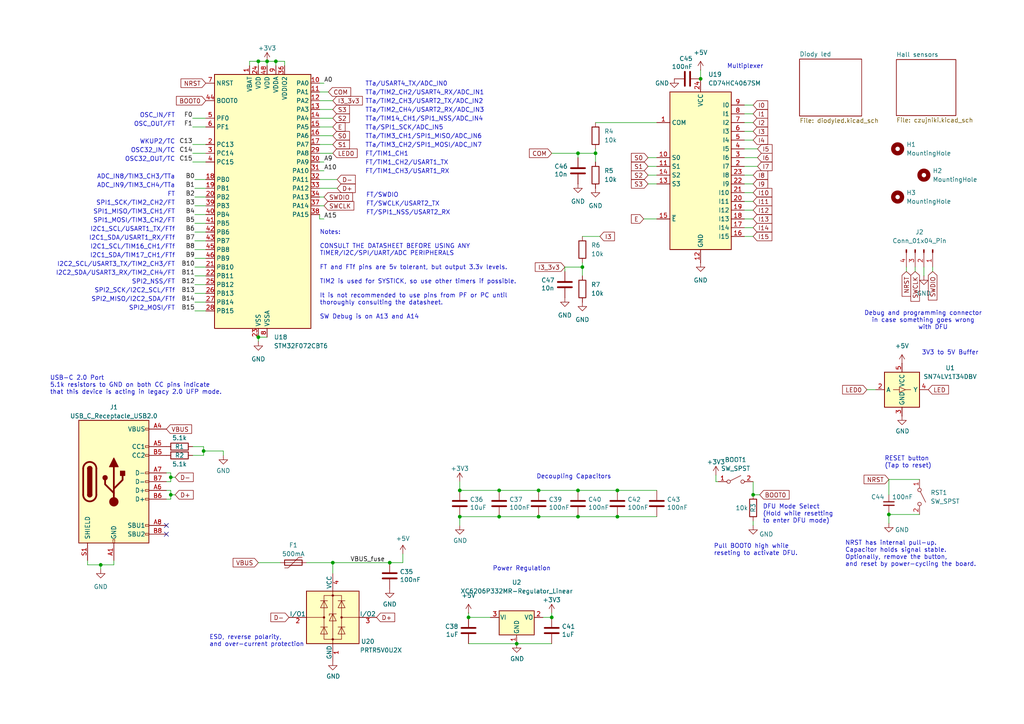
<source format=kicad_sch>
(kicad_sch (version 20231120) (generator "eeschema") (generator_version "8.0")
  (paper "A4")
  (lib_symbols
    (symbol "+5V_1" (power) (pin_names (offset 0))
      (property "Value" "+5V_1" (at 0 3.556 0))
      (symbol "+5V_1_1_1"
        (pin power_in line (at 0 0 90) (length 0) hide (name "+5V") (number "1"))
      )
    )
    (symbol "74xx:CD74HC4067SM"
      (property "Reference" "U" (at -8.89 22.86 0))
      (property "Value" "CD74HC4067SM" (at 1.27 22.86 0))
      (symbol "CD74HC4067SM_1_1"
        (pin passive line (at -12.7 12.7 0) (length 3.81) (name "COM") (number "1"))
        (pin input line (at -12.7 2.54 0) (length 3.81) (name "S0") (number "10"))
        (pin input line (at -12.7 0 0) (length 3.81) (name "S1") (number "11"))
        (pin power_in line (at 0 -27.94 90) (length 3.81) (name "GND") (number "12"))
        (pin input line (at -12.7 -5.08 0) (length 3.81) (name "S3") (number "13"))
        (pin input line (at -12.7 -2.54 0) (length 3.81) (name "S2") (number "14"))
        (pin input line (at -12.7 -15.24 0) (length 3.81) (name "~{E}") (number "15"))
        (pin passive line (at 12.7 -20.32 180) (length 3.81) (name "I15") (number "16"))
        (pin passive line (at 12.7 -17.78 180) (length 3.81) (name "I14") (number "17"))
        (pin passive line (at 12.7 -15.24 180) (length 3.81) (name "I13") (number "18"))
        (pin passive line (at 12.7 -12.7 180) (length 3.81) (name "I12") (number "19"))
        (pin passive line (at 12.7 0 180) (length 3.81) (name "I7") (number "2"))
        (pin passive line (at 12.7 -10.16 180) (length 3.81) (name "I11") (number "20"))
        (pin passive line (at 12.7 -7.62 180) (length 3.81) (name "I10") (number "21"))
        (pin passive line (at 12.7 -5.08 180) (length 3.81) (name "I9") (number "22"))
        (pin passive line (at 12.7 -2.54 180) (length 3.81) (name "I8") (number "23"))
        (pin power_in line (at 0 25.4 270) (length 3.81) (name "VCC") (number "24"))
        (pin passive line (at 12.7 2.54 180) (length 3.81) (name "I6") (number "3"))
        (pin passive line (at 12.7 5.08 180) (length 3.81) (name "I5") (number "4"))
        (pin passive line (at 12.7 7.62 180) (length 3.81) (name "I4") (number "5"))
        (pin passive line (at 12.7 10.16 180) (length 3.81) (name "I3") (number "6"))
        (pin passive line (at 12.7 12.7 180) (length 3.81) (name "I2") (number "7"))
        (pin passive line (at 12.7 15.24 180) (length 3.81) (name "I1") (number "8"))
        (pin passive line (at 12.7 17.78 180) (length 3.81) (name "I0") (number "9"))
      )
    )
    (symbol "Connector:Conn_01x04_Pin" (pin_names (offset 1.016) hide)
      (property "Reference" "J" (at 0 5.08 0))
      (property "Value" "Conn_01x04_Pin" (at 0 -7.62 0))
      (symbol "Conn_01x04_Pin_1_1"
        (pin passive line (at 5.08 2.54 180) (length 3.81) (name "Pin_1") (number "1"))
        (pin passive line (at 5.08 0 180) (length 3.81) (name "Pin_2") (number "2"))
        (pin passive line (at 5.08 -2.54 180) (length 3.81) (name "Pin_3") (number "3"))
        (pin passive line (at 5.08 -5.08 180) (length 3.81) (name "Pin_4") (number "4"))
      )
    )
    (symbol "Connector:USB_C_Receptacle_USB2.0" (pin_names (offset 1.016))
      (property "Reference" "J" (at -10.16 19.05 0))
      (property "Value" "USB_C_Receptacle_USB2.0" (at 19.05 19.05 0))
      (symbol "USB_C_Receptacle_USB2.0_1_1"
        (pin passive line (at 0 -22.86 90) (length 5.08) (name "GND") (number "A1"))
        (pin passive line (at 0 -22.86 90) (length 5.08) hide (name "GND") (number "A12"))
        (pin passive line (at 15.24 15.24 180) (length 5.08) (name "VBUS") (number "A4"))
        (pin bidirectional line (at 15.24 10.16 180) (length 5.08) (name "CC1") (number "A5"))
        (pin bidirectional line (at 15.24 -2.54 180) (length 5.08) (name "D+") (number "A6"))
        (pin bidirectional line (at 15.24 2.54 180) (length 5.08) (name "D-") (number "A7"))
        (pin bidirectional line (at 15.24 -12.7 180) (length 5.08) (name "SBU1") (number "A8"))
        (pin passive line (at 15.24 15.24 180) (length 5.08) hide (name "VBUS") (number "A9"))
        (pin passive line (at 0 -22.86 90) (length 5.08) hide (name "GND") (number "B1"))
        (pin passive line (at 0 -22.86 90) (length 5.08) hide (name "GND") (number "B12"))
        (pin passive line (at 15.24 15.24 180) (length 5.08) hide (name "VBUS") (number "B4"))
        (pin bidirectional line (at 15.24 7.62 180) (length 5.08) (name "CC2") (number "B5"))
        (pin bidirectional line (at 15.24 -5.08 180) (length 5.08) (name "D+") (number "B6"))
        (pin bidirectional line (at 15.24 0 180) (length 5.08) (name "D-") (number "B7"))
        (pin bidirectional line (at 15.24 -15.24 180) (length 5.08) (name "SBU2") (number "B8"))
        (pin passive line (at 15.24 15.24 180) (length 5.08) hide (name "VBUS") (number "B9"))
        (pin passive line (at -7.62 -22.86 90) (length 5.08) (name "SHIELD") (number "S1"))
      )
    )
    (symbol "Device:C" (pin_numbers hide) (pin_names (offset 0.254))
      (property "Reference" "C" (at 0.635 2.54 0))
      (property "Value" "C" (at 0.635 -2.54 0))
      (symbol "C_1_1"
        (pin passive line (at 0 3.81 270) (length 2.794) (name "~") (number "1"))
        (pin passive line (at 0 -3.81 90) (length 2.794) (name "~") (number "2"))
      )
    )
    (symbol "Device:C_Small" (pin_numbers hide) (pin_names (offset 0.254) hide)
      (property "Reference" "C" (at 0.254 1.778 0))
      (property "Value" "C_Small" (at 0.254 -2.032 0))
      (symbol "C_Small_1_1"
        (pin passive line (at 0 2.54 270) (length 2.032) (name "~") (number "1"))
        (pin passive line (at 0 -2.54 90) (length 2.032) (name "~") (number "2"))
      )
    )
    (symbol "Device:Polyfuse" (pin_numbers hide) (pin_names (offset 0))
      (property "Reference" "F" (at -2.54 0 90))
      (property "Value" "Polyfuse" (at 2.54 0 90))
      (symbol "Polyfuse_1_1"
        (pin passive line (at 0 3.81 270) (length 1.27) (name "~") (number "1"))
        (pin passive line (at 0 -3.81 90) (length 1.27) (name "~") (number "2"))
      )
    )
    (symbol "Device:R" (pin_numbers hide) (pin_names (offset 0))
      (property "Reference" "R" (at 2.032 0 90))
      (property "Value" "R" (at 0 0 90))
      (symbol "R_1_1"
        (pin passive line (at 0 3.81 270) (length 1.27) (name "~") (number "1"))
        (pin passive line (at 0 -3.81 90) (length 1.27) (name "~") (number "2"))
      )
    )
    (symbol "Logic_LevelTranslator:SN74LV1T34DBV"
      (property "Reference" "U" (at 5.08 6.35 0))
      (property "Value" "SN74LV1T34DBV" (at 5.08 3.81 0))
      (symbol "SN74LV1T34DBV_1_1"
        (pin no_connect line (at -5.08 2.54 0) (length 2.54) hide (name "NC") (number "1"))
        (pin input line (at -7.62 0 0) (length 2.54) (name "A") (number "2"))
        (pin power_in line (at 0 -7.62 90) (length 2.54) (name "GND") (number "3"))
        (pin output line (at 7.62 0 180) (length 2.54) (name "Y") (number "4"))
        (pin power_in line (at 0 7.62 270) (length 2.54) (name "VCC") (number "5"))
      )
    )
    (symbol "MCU_ST_STM32F0:STM32F072CBTx"
      (property "Reference" "U" (at -12.7 39.37 0))
      (property "Value" "STM32F072CBTx" (at 10.16 39.37 0))
      (symbol "STM32F072CBTx_1_1"
        (pin power_in line (at -2.54 40.64 270) (length 2.54) (name "VBAT") (number "1"))
        (pin bidirectional line (at 17.78 35.56 180) (length 2.54) (name "PA0") (number "10"))
        (pin bidirectional line (at 17.78 33.02 180) (length 2.54) (name "PA1") (number "11"))
        (pin bidirectional line (at 17.78 30.48 180) (length 2.54) (name "PA2") (number "12"))
        (pin bidirectional line (at 17.78 27.94 180) (length 2.54) (name "PA3") (number "13"))
        (pin bidirectional line (at 17.78 25.4 180) (length 2.54) (name "PA4") (number "14"))
        (pin bidirectional line (at 17.78 22.86 180) (length 2.54) (name "PA5") (number "15"))
        (pin bidirectional line (at 17.78 20.32 180) (length 2.54) (name "PA6") (number "16"))
        (pin bidirectional line (at 17.78 17.78 180) (length 2.54) (name "PA7") (number "17"))
        (pin bidirectional line (at -15.24 7.62 0) (length 2.54) (name "PB0") (number "18"))
        (pin bidirectional line (at -15.24 5.08 0) (length 2.54) (name "PB1") (number "19"))
        (pin bidirectional line (at -15.24 17.78 0) (length 2.54) (name "PC13") (number "2"))
        (pin bidirectional line (at -15.24 2.54 0) (length 2.54) (name "PB2") (number "20"))
        (pin bidirectional line (at -15.24 -17.78 0) (length 2.54) (name "PB10") (number "21"))
        (pin bidirectional line (at -15.24 -20.32 0) (length 2.54) (name "PB11") (number "22"))
        (pin power_in line (at 0 -38.1 90) (length 2.54) (name "VSS") (number "23"))
        (pin power_in line (at 0 40.64 270) (length 2.54) (name "VDD") (number "24"))
        (pin bidirectional line (at -15.24 -22.86 0) (length 2.54) (name "PB12") (number "25"))
        (pin bidirectional line (at -15.24 -25.4 0) (length 2.54) (name "PB13") (number "26"))
        (pin bidirectional line (at -15.24 -27.94 0) (length 2.54) (name "PB14") (number "27"))
        (pin bidirectional line (at -15.24 -30.48 0) (length 2.54) (name "PB15") (number "28"))
        (pin bidirectional line (at 17.78 15.24 180) (length 2.54) (name "PA8") (number "29"))
        (pin bidirectional line (at -15.24 15.24 0) (length 2.54) (name "PC14") (number "3"))
        (pin bidirectional line (at 17.78 12.7 180) (length 2.54) (name "PA9") (number "30"))
        (pin bidirectional line (at 17.78 10.16 180) (length 2.54) (name "PA10") (number "31"))
        (pin bidirectional line (at 17.78 7.62 180) (length 2.54) (name "PA11") (number "32"))
        (pin bidirectional line (at 17.78 5.08 180) (length 2.54) (name "PA12") (number "33"))
        (pin bidirectional line (at 17.78 2.54 180) (length 2.54) (name "PA13") (number "34"))
        (pin passive line (at 0 -38.1 90) (length 2.54) hide (name "VSS") (number "35"))
        (pin power_in line (at 7.62 40.64 270) (length 2.54) (name "VDDIO2") (number "36"))
        (pin bidirectional line (at 17.78 0 180) (length 2.54) (name "PA14") (number "37"))
        (pin bidirectional line (at 17.78 -2.54 180) (length 2.54) (name "PA15") (number "38"))
        (pin bidirectional line (at -15.24 0 0) (length 2.54) (name "PB3") (number "39"))
        (pin bidirectional line (at -15.24 12.7 0) (length 2.54) (name "PC15") (number "4"))
        (pin bidirectional line (at -15.24 -2.54 0) (length 2.54) (name "PB4") (number "40"))
        (pin bidirectional line (at -15.24 -5.08 0) (length 2.54) (name "PB5") (number "41"))
        (pin bidirectional line (at -15.24 -7.62 0) (length 2.54) (name "PB6") (number "42"))
        (pin bidirectional line (at -15.24 -10.16 0) (length 2.54) (name "PB7") (number "43"))
        (pin input line (at -15.24 30.48 0) (length 2.54) (name "BOOT0") (number "44"))
        (pin bidirectional line (at -15.24 -12.7 0) (length 2.54) (name "PB8") (number "45"))
        (pin bidirectional line (at -15.24 -15.24 0) (length 2.54) (name "PB9") (number "46"))
        (pin passive line (at 0 -38.1 90) (length 2.54) hide (name "VSS") (number "47"))
        (pin power_in line (at 2.54 40.64 270) (length 2.54) (name "VDD") (number "48"))
        (pin bidirectional line (at -15.24 25.4 0) (length 2.54) (name "PF0") (number "5"))
        (pin bidirectional line (at -15.24 22.86 0) (length 2.54) (name "PF1") (number "6"))
        (pin input line (at -15.24 35.56 0) (length 2.54) (name "NRST") (number "7"))
        (pin power_in line (at 2.54 -38.1 90) (length 2.54) (name "VSSA") (number "8"))
        (pin power_in line (at 5.08 40.64 270) (length 2.54) (name "VDDA") (number "9"))
      )
    )
    (symbol "Mechanical:MountingHole" (pin_names (offset 1.016)) (exclude_from_sim yes) (in_bom no)
      (property "Reference" "H" (at 0 5.08 0))
      (property "Value" "MountingHole" (at 0 3.175 0))
    )
    (symbol "Power_Protection:PRTR5V0U2X" (pin_names (offset 0))
      (property "Reference" "D" (at 2.794 8.636 0))
      (property "Value" "PRTR5V0U2X" (at 8.128 -9.398 0))
      (symbol "PRTR5V0U2X_1_1"
        (pin passive line (at 0 -12.7 90) (length 5.08) (name "GND") (number "1"))
        (pin passive line (at -12.7 0 0) (length 5.08) (name "I/O1") (number "2"))
        (pin passive line (at 12.7 0 180) (length 5.08) (name "I/O2") (number "3"))
        (pin passive line (at 0 12.7 270) (length 5.08) (name "VCC") (number "4"))
      )
    )
    (symbol "Switch:SW_SPST" (pin_names (offset 0) hide)
      (property "Reference" "SW" (at 0 3.175 0))
      (property "Value" "SW_SPST" (at 0 -2.54 0))
      (symbol "SW_SPST_1_1"
        (pin passive line (at -5.08 0 0) (length 2.54) (name "A") (number "1"))
        (pin passive line (at 5.08 0 180) (length 2.54) (name "B") (number "2"))
      )
    )
    (symbol "kicad-keyboard-parts:XC6206PxxxMR-Regulator_Linear" (pin_names (offset 0.254))
      (property "Reference" "U" (at -3.81 3.175 0))
      (property "Value" "XC6206PxxxMR-Regulator_Linear" (at 0 3.175 0))
      (property "LCSC" "C5446" (at 0 0 0))
      (symbol "XC6206PxxxMR-Regulator_Linear_1_1"
        (pin power_in line (at 0 -7.62 90) (length 2.54) (name "GND") (number "1"))
        (pin power_out line (at 7.62 0 180) (length 2.54) (name "VO") (number "2"))
        (pin power_in line (at -7.62 0 0) (length 2.54) (name "VI") (number "3"))
      )
    )
    (symbol "power:+3V3" (power) (pin_names (offset 0))
      (property "Value" "+3V3" (at 0 3.556 0))
      (symbol "+3V3_1_1"
        (pin power_in line (at 0 0 90) (length 0) hide (name "+3V3") (number "1"))
      )
    )
    (symbol "power:+5V" (power) (pin_numbers hide) (pin_names (offset 0) hide)
      (property "Value" "+5V" (at 0 3.556 0))
      (symbol "+5V_1_1"
        (pin power_in line (at 0 0 90) (length 0) (name "~") (number "1"))
      )
    )
    (symbol "power:GND" (power) (pin_numbers hide) (pin_names (offset 0) hide)
      (property "Value" "GND" (at 0 -3.81 0))
      (symbol "GND_1_1"
        (pin power_in line (at 0 0 270) (length 0) (name "~") (number "1"))
      )
    )
  )
  (junction (at 144.78 142.24))
  (junction (at 77.47 17.78))
  (junction (at 59.055 130.81))
  (junction (at 156.21 149.86))
  (junction (at 156.21 142.24))
  (junction (at 167.64 142.24))
  (junction (at 160.02 179.07))
  (junction (at 135.89 179.07))
  (junction (at 203.2 22.86))
  (junction (at 113.03 163.195))
  (junction (at 167.64 149.86))
  (junction (at 74.93 97.79))
  (junction (at 96.52 163.195))
  (junction (at 179.07 142.24))
  (junction (at 172.72 44.45))
  (junction (at 133.35 142.24))
  (junction (at 149.86 186.69))
  (junction (at 29.21 163.83))
  (junction (at 168.91 77.47))
  (junction (at 257.81 149.225))
  (junction (at 74.93 17.78))
  (junction (at 49.53 143.51))
  (junction (at 144.78 149.86))
  (junction (at 133.35 149.86))
  (junction (at 49.53 138.43))
  (junction (at 179.07 149.86))
  (junction (at 167.64 44.45))
  (junction (at 218.44 143.51))
  (junction (at 80.01 17.78))
  (no_connect (at 48.26 152.4))
  (no_connect (at 48.26 154.94))
  (wire (pts (xy 167.64 44.45) (xy 172.72 44.45)))
  (wire (pts (xy 262.89 77.47) (xy 262.89 78.74)))
  (wire (pts (xy 167.64 142.24) (xy 179.07 142.24)))
  (wire (pts (xy 270.51 77.47) (xy 270.51 78.74)))
  (wire (pts (xy 49.53 138.43) (xy 49.53 139.7)))
  (wire (pts (xy 172.72 35.56) (xy 190.5 35.56)))
  (wire (pts (xy 25.4 163.83) (xy 29.21 163.83)))
  (wire (pts (xy 49.53 138.43) (xy 50.8 138.43)))
  (wire (pts (xy 56.515 52.07) (xy 59.69 52.07)))
  (wire (pts (xy 187.96 53.34) (xy 190.5 53.34)))
  (wire (pts (xy 257.81 149.225) (xy 266.7 149.225)))
  (wire (pts (xy 186.69 63.5) (xy 190.5 63.5)))
  (wire (pts (xy 56.515 57.15) (xy 59.69 57.15)))
  (wire (pts (xy 187.96 50.8) (xy 190.5 50.8)))
  (wire (pts (xy 215.9 58.42) (xy 218.44 58.42)))
  (wire (pts (xy 215.9 55.88) (xy 218.44 55.88)))
  (wire (pts (xy 97.79 52.07) (xy 92.71 52.07)))
  (wire (pts (xy 82.55 17.78) (xy 82.55 19.05)))
  (wire (pts (xy 92.71 63.5) (xy 92.71 62.23)))
  (wire (pts (xy 56.515 80.01) (xy 59.69 80.01)))
  (wire (pts (xy 179.07 142.24) (xy 190.5 142.24)))
  (wire (pts (xy 55.88 44.45) (xy 59.69 44.45)))
  (wire (pts (xy 93.98 57.15) (xy 92.71 57.15)))
  (wire (pts (xy 215.9 66.04) (xy 218.44 66.04)))
  (wire (pts (xy 215.9 43.18) (xy 219.71 43.18)))
  (wire (pts (xy 215.9 30.48) (xy 218.44 30.48)))
  (wire (pts (xy 267.97 77.47) (xy 267.97 80.01)))
  (wire (pts (xy 92.71 31.75) (xy 96.52 31.75)))
  (wire (pts (xy 80.01 17.78) (xy 82.55 17.78)))
  (wire (pts (xy 116.84 160.655) (xy 116.84 163.195)))
  (wire (pts (xy 257.81 139.065) (xy 257.81 143.51)))
  (wire (pts (xy 149.86 186.69) (xy 135.89 186.69)))
  (wire (pts (xy 59.055 130.81) (xy 59.055 129.54)))
  (wire (pts (xy 167.64 44.45) (xy 167.64 45.72)))
  (wire (pts (xy 93.98 49.53) (xy 92.71 49.53)))
  (wire (pts (xy 49.53 137.16) (xy 49.53 138.43)))
  (wire (pts (xy 92.71 41.91) (xy 96.52 41.91)))
  (wire (pts (xy 187.96 48.26) (xy 190.5 48.26)))
  (wire (pts (xy 92.71 54.61) (xy 97.79 54.61)))
  (wire (pts (xy 135.89 177.8) (xy 135.89 179.07)))
  (wire (pts (xy 144.78 142.24) (xy 133.35 142.24)))
  (wire (pts (xy 56.515 62.23) (xy 59.69 62.23)))
  (wire (pts (xy 215.9 68.58) (xy 218.44 68.58)))
  (wire (pts (xy 56.515 67.31) (xy 59.69 67.31)))
  (wire (pts (xy 215.9 63.5) (xy 218.44 63.5)))
  (wire (pts (xy 55.88 36.83) (xy 59.69 36.83)))
  (wire (pts (xy 74.93 17.78) (xy 77.47 17.78)))
  (wire (pts (xy 93.98 63.5) (xy 92.71 63.5)))
  (wire (pts (xy 74.93 99.06) (xy 74.93 97.79)))
  (wire (pts (xy 254 113.03) (xy 251.46 113.03)))
  (wire (pts (xy 156.21 149.86) (xy 167.64 149.86)))
  (wire (pts (xy 55.88 46.99) (xy 59.69 46.99)))
  (wire (pts (xy 49.53 143.51) (xy 50.8 143.51)))
  (wire (pts (xy 48.26 137.16) (xy 49.53 137.16)))
  (wire (pts (xy 163.83 77.47) (xy 168.91 77.47)))
  (wire (pts (xy 77.47 17.78) (xy 77.47 19.05)))
  (wire (pts (xy 92.71 29.21) (xy 96.52 29.21)))
  (wire (pts (xy 168.91 76.2) (xy 168.91 77.47)))
  (wire (pts (xy 92.71 44.45) (xy 96.52 44.45)))
  (wire (pts (xy 172.72 43.18) (xy 172.72 44.45)))
  (wire (pts (xy 92.71 36.83) (xy 96.52 36.83)))
  (wire (pts (xy 157.48 179.07) (xy 160.02 179.07)))
  (wire (pts (xy 55.88 34.29) (xy 59.69 34.29)))
  (wire (pts (xy 149.86 186.69) (xy 160.02 186.69)))
  (wire (pts (xy 179.07 149.86) (xy 190.5 149.86)))
  (wire (pts (xy 49.53 144.78) (xy 49.53 143.51)))
  (wire (pts (xy 156.21 149.86) (xy 144.78 149.86)))
  (wire (pts (xy 48.26 139.7) (xy 49.53 139.7)))
  (wire (pts (xy 167.64 149.86) (xy 179.07 149.86)))
  (wire (pts (xy 93.98 24.13) (xy 92.71 24.13)))
  (wire (pts (xy 168.91 80.01) (xy 168.91 77.47)))
  (wire (pts (xy 74.93 163.195) (xy 81.28 163.195)))
  (wire (pts (xy 29.21 165.1) (xy 29.21 163.83)))
  (wire (pts (xy 92.71 39.37) (xy 96.52 39.37)))
  (wire (pts (xy 160.02 177.8) (xy 160.02 179.07)))
  (wire (pts (xy 215.9 35.56) (xy 218.44 35.56)))
  (wire (pts (xy 25.4 162.56) (xy 25.4 163.83)))
  (wire (pts (xy 265.43 77.47) (xy 265.43 78.74)))
  (wire (pts (xy 172.72 46.99) (xy 172.72 44.45)))
  (wire (pts (xy 29.21 163.83) (xy 33.02 163.83)))
  (wire (pts (xy 215.9 50.8) (xy 218.44 50.8)))
  (wire (pts (xy 80.01 17.78) (xy 77.47 17.78)))
  (wire (pts (xy 215.9 38.1) (xy 218.44 38.1)))
  (wire (pts (xy 59.055 130.81) (xy 64.77 130.81)))
  (wire (pts (xy 163.83 77.47) (xy 163.83 78.74)))
  (wire (pts (xy 215.9 53.34) (xy 218.44 53.34)))
  (wire (pts (xy 55.88 129.54) (xy 59.055 129.54)))
  (wire (pts (xy 56.515 54.61) (xy 59.69 54.61)))
  (wire (pts (xy 257.81 149.225) (xy 257.81 148.59)))
  (wire (pts (xy 218.44 151.13) (xy 218.44 152.4)))
  (wire (pts (xy 55.88 41.91) (xy 59.69 41.91)))
  (wire (pts (xy 135.89 179.07) (xy 142.24 179.07)))
  (wire (pts (xy 72.39 17.78) (xy 74.93 17.78)))
  (wire (pts (xy 96.52 163.195) (xy 113.03 163.195)))
  (wire (pts (xy 257.81 151.765) (xy 257.81 149.225)))
  (wire (pts (xy 33.02 163.83) (xy 33.02 162.56)))
  (wire (pts (xy 215.9 60.96) (xy 218.44 60.96)))
  (wire (pts (xy 133.35 152.4) (xy 133.35 149.86)))
  (wire (pts (xy 56.515 90.17) (xy 59.69 90.17)))
  (wire (pts (xy 92.71 34.29) (xy 96.52 34.29)))
  (wire (pts (xy 257.81 139.065) (xy 266.7 139.065)))
  (wire (pts (xy 55.88 132.08) (xy 59.055 132.08)))
  (wire (pts (xy 187.96 45.72) (xy 190.5 45.72)))
  (wire (pts (xy 215.9 45.72) (xy 219.71 45.72)))
  (wire (pts (xy 144.78 149.86) (xy 133.35 149.86)))
  (wire (pts (xy 156.21 142.24) (xy 167.64 142.24)))
  (wire (pts (xy 215.9 48.26) (xy 219.71 48.26)))
  (wire (pts (xy 218.44 143.51) (xy 220.345 143.51)))
  (wire (pts (xy 80.01 17.78) (xy 80.01 19.05)))
  (wire (pts (xy 207.645 139.7) (xy 207.645 137.795)))
  (wire (pts (xy 93.98 59.69) (xy 92.71 59.69)))
  (wire (pts (xy 74.93 17.78) (xy 74.93 19.05)))
  (wire (pts (xy 218.44 139.7) (xy 218.44 143.51)))
  (wire (pts (xy 72.39 17.78) (xy 72.39 19.05)))
  (wire (pts (xy 56.515 87.63) (xy 59.69 87.63)))
  (wire (pts (xy 49.53 142.24) (xy 49.53 143.51)))
  (wire (pts (xy 56.515 59.69) (xy 59.69 59.69)))
  (wire (pts (xy 59.055 132.08) (xy 59.055 130.81)))
  (wire (pts (xy 215.9 40.64) (xy 218.44 40.64)))
  (wire (pts (xy 215.9 33.02) (xy 218.44 33.02)))
  (wire (pts (xy 48.26 142.24) (xy 49.53 142.24)))
  (wire (pts (xy 56.515 72.39) (xy 59.69 72.39)))
  (wire (pts (xy 133.35 139.7) (xy 133.35 142.24)))
  (wire (pts (xy 92.71 26.67) (xy 95.25 26.67)))
  (wire (pts (xy 208.28 139.7) (xy 207.645 139.7)))
  (wire (pts (xy 56.515 74.93) (xy 59.69 74.93)))
  (wire (pts (xy 160.02 44.45) (xy 167.64 44.45)))
  (wire (pts (xy 56.515 85.09) (xy 59.69 85.09)))
  (wire (pts (xy 113.03 163.195) (xy 116.84 163.195)))
  (wire (pts (xy 48.26 144.78) (xy 49.53 144.78)))
  (wire (pts (xy 93.98 46.99) (xy 92.71 46.99)))
  (wire (pts (xy 56.515 69.85) (xy 59.69 69.85)))
  (wire (pts (xy 88.9 163.195) (xy 96.52 163.195)))
  (wire (pts (xy 56.515 77.47) (xy 59.69 77.47)))
  (wire (pts (xy 203.2 20.32) (xy 203.2 22.86)))
  (wire (pts (xy 56.515 82.55) (xy 59.69 82.55)))
  (wire (pts (xy 96.52 163.195) (xy 96.52 166.37)))
  (wire (pts (xy 74.93 97.79) (xy 77.47 97.79)))
  (wire (pts (xy 64.77 130.81) (xy 64.77 132.08)))
  (wire (pts (xy 56.515 64.77) (xy 59.69 64.77)))
  (wire (pts (xy 173.99 68.58) (xy 168.91 68.58)))
  (wire (pts (xy 156.21 142.24) (xy 144.78 142.24)))
  (text "SPI1_MISO/TIM3_CH1/FT" (at 50.8 62.23 0) (effects (font (size 1.27 1.27)) (justify right bottom)))
  (text "SPI2_MISO/I2C2_SDA/FTf" (at 50.8 87.63 0) (effects (font (size 1.27 1.27)) (justify right bottom)))
  (text "Notes:\n\nCONSULT THE DATASHEET BEFORE USING ANY \nTIMER/I2C/SPI/UART/ADC PERIPHERALS\n\nFT and FTf pins are 5v tolerant, but output 3.3v levels.\n\nTIM2 is used for SYSTICK, so use other timers if possible.\n\nIt is not recommended to use pins from PF or PC until\nthoroughly consulting the datasheet.\n\nSW Debug is on A13 and A14" (at 92.71 92.71 0) (effects (font (size 1.27 1.27)) (justify left bottom)))
  (text "I2C2_SDA/USART3_RX/TIM2_CH4/FT" (at 50.8 80.01 0) (effects (font (size 1.27 1.27)) (justify right bottom)))
  (text "ESD, reverse polarity,\nand over-current protection" (at 60.706 187.706 0) (effects (font (size 1.27 1.27)) (justify left bottom)))
  (text "I2C1_SDA/USART1_RX/FTf" (at 50.8 69.85 0) (effects (font (size 1.27 1.27)) (justify right bottom)))
  (text "OSC_OUT/FT" (at 50.8 36.83 0) (effects (font (size 1.27 1.27)) (justify right bottom)))
  (text "Multiplexer" (at 216.154 19.304 0) (effects (font (size 1.27 1.27))))
  (text "USB-C 2.0 Port\n5.1k resistors to GND on both CC pins indicate\nthat this device is acting in legacy 2.0 UFP mode." (at 14.478 114.554 0) (effects (font (size 1.27 1.27)) (justify left bottom)))
  (text "DFU Mode Select\n(Hold while resetting\nto enter DFU mode)" (at 221.234 151.892 0) (effects (font (size 1.27 1.27)) (justify left bottom)))
  (text "FT/SWDIO" (at 106.172 57.404 0) (effects (font (size 1.27 1.27)) (justify left bottom)))
  (text "TTa/TIM3_CH1/SPI1_MISO/ADC_IN6" (at 105.918 40.386 0) (effects (font (size 1.27 1.27)) (justify left bottom)))
  (text "TTa/SPI1_SCK/ADC_IN5" (at 105.918 37.846 0) (effects (font (size 1.27 1.27)) (justify left bottom)))
  (text "TTa/TIM2_CH3/USART2_TX/ADC_IN2" (at 105.918 30.226 0) (effects (font (size 1.27 1.27)) (justify left bottom)))
  (text "TTa/TIM3_CH2/SPI1_MOSI/ADC_IN7" (at 105.918 42.926 0) (effects (font (size 1.27 1.27)) (justify left bottom)))
  (text "SPI2_SCK/I2C2_SCL/FTf" (at 50.8 85.09 0) (effects (font (size 1.27 1.27)) (justify right bottom)))
  (text "ADC_IN8/TIM3_CH3/TTa" (at 50.8 52.07 0) (effects (font (size 1.27 1.27)) (justify right bottom)))
  (text "ADC_IN9/TIM3_CH4/TTa" (at 50.8 54.61 0) (effects (font (size 1.27 1.27)) (justify right bottom)))
  (text "OSC32_OUT/TC" (at 50.8 46.99 0) (effects (font (size 1.27 1.27)) (justify right bottom)))
  (text "SPI2_NSS/FT" (at 50.8 82.55 0) (effects (font (size 1.27 1.27)) (justify right bottom)))
  (text "Power Regulation" (at 142.875 165.735 0) (effects (font (size 1.27 1.27)) (justify left bottom)))
  (text "I2C2_SCL/USART3_TX/TIM2_CH3/FT" (at 50.8 77.47 0) (effects (font (size 1.27 1.27)) (justify right bottom)))
  (text "SPI2_MOSI/FT" (at 50.8 90.17 0) (effects (font (size 1.27 1.27)) (justify right bottom)))
  (text "RESET button\n(Tap to reset)" (at 256.54 135.89 0) (effects (font (size 1.27 1.27)) (justify left bottom)))
  (text "Debug and programming connector \nin case something goes wrong \n	with DFU" (at 268.224 92.964 0) (effects (font (size 1.27 1.27))))
  (text "TTa/TIM14_CH1/SPI1_NSS/ADC_IN4" (at 105.918 35.306 0) (effects (font (size 1.27 1.27)) (justify left bottom)))
  (text "FT/TIM1_CH1" (at 105.918 45.466 0) (effects (font (size 1.27 1.27)) (justify left bottom)))
  (text "I2C1_SDA/TIM17_CH1/FTf" (at 50.8 74.93 0) (effects (font (size 1.27 1.27)) (justify right bottom)))
  (text "3V3 to 5V Buffer" (at 275.59 102.362 0) (effects (font (size 1.27 1.27))))
  (text "SPI1_MOSI/TIM3_CH2/FT" (at 50.8 64.77 0) (effects (font (size 1.27 1.27)) (justify right bottom)))
  (text "TTa/TIM2_CH4/USART2_RX/ADC_IN3" (at 105.918 32.766 0) (effects (font (size 1.27 1.27)) (justify left bottom)))
  (text "I2C1_SCL/TIM16_CH1/FTf" (at 50.8 72.39 0) (effects (font (size 1.27 1.27)) (justify right bottom)))
  (text "OSC32_IN/TC" (at 50.8 44.45 0) (effects (font (size 1.27 1.27)) (justify right bottom)))
  (text "WKUP2/TC" (at 50.8 41.91 0) (effects (font (size 1.27 1.27)) (justify right bottom)))
  (text "FT" (at 50.8 57.15 0) (effects (font (size 1.27 1.27)) (justify right bottom)))
  (text "FT/TIM1_CH3/USART1_RX" (at 105.918 50.546 0) (effects (font (size 1.27 1.27)) (justify left bottom)))
  (text "NRST has internal pull-up.\nCapacitor holds signal stable.\nOptionally, remove the button,\nand reset by power-cycling the board." (at 245.11 164.465 0) (effects (font (size 1.27 1.27)) (justify left bottom)))
  (text "FT/SPI1_NSS/USART2_RX" (at 106.172 62.484 0) (effects (font (size 1.27 1.27)) (justify left bottom)))
  (text "I2C1_SCL/USART1_TX/FTf" (at 50.8 67.31 0) (effects (font (size 1.27 1.27)) (justify right bottom)))
  (text "FT/SWCLK/USART2_TX" (at 106.172 59.944 0) (effects (font (size 1.27 1.27)) (justify left bottom)))
  (text "OSC_IN/FT" (at 50.8 34.29 0) (effects (font (size 1.27 1.27)) (justify right bottom)))
  (text "Pull BOOT0 high while \nreseting to activate DFU." (at 207.01 161.29 0) (effects (font (size 1.27 1.27)) (justify left bottom)))
  (text "Decoupling Capacitors" (at 155.575 139.065 0) (effects (font (size 1.27 1.27)) (justify left bottom)))
  (text "TTa/USART4_TX/ADC_IN0" (at 105.918 25.146 0) (effects (font (size 1.27 1.27)) (justify left bottom)))
  (text "TTa/TIM2_CH2/USART4_RX/ADC_IN1" (at 105.918 27.686 0) (effects (font (size 1.27 1.27)) (justify left bottom)))
  (text "SPI1_SCK/TIM2_CH2/FT" (at 50.8 59.69 0) (effects (font (size 1.27 1.27)) (justify right bottom)))
  (text "FT/TIM1_CH2/USART1_TX" (at 105.918 48.006 0) (effects (font (size 1.27 1.27)) (justify left bottom)))
  (label "B6" (at 56.515 67.31 180))
  (label "A9" (at 93.98 46.99 0))
  (label "F0" (at 55.88 34.29 180))
  (label "B2" (at 56.515 57.15 180))
  (label "B15" (at 56.515 90.17 180))
  (label "B9" (at 56.515 74.93 180))
  (label "B3" (at 56.515 59.69 180))
  (label "B13" (at 56.515 85.09 180))
  (label "B5" (at 56.515 64.77 180))
  (label "B14" (at 56.515 87.63 180))
  (label "B1" (at 56.515 54.61 180))
  (label "F1" (at 55.88 36.83 180))
  (label "B4" (at 56.515 62.23 180))
  (label "A0" (at 93.98 24.13 0))
  (label "C15" (at 55.88 46.99 180))
  (label "B11" (at 56.515 80.01 180))
  (label "B12" (at 56.515 82.55 180))
  (label "B10" (at 56.515 77.47 180))
  (label "B0" (at 56.515 52.07 180))
  (label "A10" (at 93.98 49.53 0))
  (label "VBUS_fuse" (at 101.6 163.195 0))
  (label "C13" (at 55.88 41.91 180))
  (label "B7" (at 56.515 69.85 180))
  (label "A15" (at 93.98 63.5 0))
  (label "B8" (at 56.515 72.39 180))
  (label "C14" (at 55.88 44.45 180))
  (global_label "D+" (shape input) (at 97.79 54.61 0) (property "Intersheetrefs" "${INTERSHEET_REFS}" (effects (hide yes))))
  (global_label "I13" (shape input) (at 218.44 63.5 0) (property "Intersheetrefs" "${INTERSHEET_REFS}" (effects (hide yes))))
  (global_label "D-" (shape input) (at 50.8 138.43 0) (property "Intersheetrefs" "${INTERSHEET_REFS}" (effects (hide yes))))
  (global_label "LED0" (shape input) (at 96.52 44.45 0) (property "Intersheetrefs" "${INTERSHEET_REFS}" (effects (hide yes))))
  (global_label "SWDIO" (shape input) (at 93.98 57.15 0) (property "Intersheetrefs" "${INTERSHEET_REFS}" (effects (hide yes))))
  (global_label "I2" (shape input) (at 218.44 35.56 0) (property "Intersheetrefs" "${INTERSHEET_REFS}" (effects (hide yes))))
  (global_label "SWDIO" (shape input) (at 270.51 78.74 270) (property "Intersheetrefs" "${INTERSHEET_REFS}" (effects (hide yes))))
  (global_label "I3_3v3" (shape input) (at 163.83 77.47 180) (property "Intersheetrefs" "${INTERSHEET_REFS}" (effects (hide yes))))
  (global_label "I3" (shape input) (at 218.44 38.1 0) (property "Intersheetrefs" "${INTERSHEET_REFS}" (effects (hide yes))))
  (global_label "NRST" (shape input) (at 59.69 24.13 180) (property "Intersheetrefs" "${INTERSHEET_REFS}" (effects (hide yes))))
  (global_label "I14" (shape input) (at 218.44 66.04 0) (property "Intersheetrefs" "${INTERSHEET_REFS}" (effects (hide yes))))
  (global_label "E" (shape input) (at 96.52 36.83 0) (property "Intersheetrefs" "${INTERSHEET_REFS}" (effects (hide yes))))
  (global_label "I5" (shape input) (at 219.71 43.18 0) (property "Intersheetrefs" "${INTERSHEET_REFS}" (effects (hide yes))))
  (global_label "D-" (shape input) (at 97.79 52.07 0) (property "Intersheetrefs" "${INTERSHEET_REFS}" (effects (hide yes))))
  (global_label "LED" (shape input) (at 269.24 113.03 0) (property "Intersheetrefs" "${INTERSHEET_REFS}" (effects (hide yes))))
  (global_label "I3" (shape input) (at 173.99 68.58 0) (property "Intersheetrefs" "${INTERSHEET_REFS}" (effects (hide yes))))
  (global_label "I6" (shape input) (at 219.71 45.72 0) (property "Intersheetrefs" "${INTERSHEET_REFS}" (effects (hide yes))))
  (global_label "S2" (shape input) (at 187.96 50.8 180) (property "Intersheetrefs" "${INTERSHEET_REFS}" (effects (hide yes))))
  (global_label "I12" (shape input) (at 218.44 60.96 0) (property "Intersheetrefs" "${INTERSHEET_REFS}" (effects (hide yes))))
  (global_label "BOOT0" (shape input) (at 220.345 143.51 0) (property "Intersheetrefs" "${INTERSHEET_REFS}" (effects (hide yes))))
  (global_label "E" (shape input) (at 186.69 63.5 180) (property "Intersheetrefs" "${INTERSHEET_REFS}" (effects (hide yes))))
  (global_label "I1" (shape input) (at 218.44 33.02 0) (property "Intersheetrefs" "${INTERSHEET_REFS}" (effects (hide yes))))
  (global_label "S1" (shape input) (at 96.52 41.91 0) (property "Intersheetrefs" "${INTERSHEET_REFS}" (effects (hide yes))))
  (global_label "VBUS" (shape input) (at 74.93 163.195 180) (property "Intersheetrefs" "${INTERSHEET_REFS}" (effects (hide yes))))
  (global_label "SWCLK" (shape input) (at 265.43 78.74 270) (property "Intersheetrefs" "${INTERSHEET_REFS}" (effects (hide yes))))
  (global_label "COM" (shape input) (at 160.02 44.45 180) (property "Intersheetrefs" "${INTERSHEET_REFS}" (effects (hide yes))))
  (global_label "BOOT0" (shape input) (at 59.69 29.21 180) (property "Intersheetrefs" "${INTERSHEET_REFS}" (effects (hide yes))))
  (global_label "D+" (shape input) (at 50.8 143.51 0) (property "Intersheetrefs" "${INTERSHEET_REFS}" (effects (hide yes))))
  (global_label "I10" (shape input) (at 218.44 55.88 0) (property "Intersheetrefs" "${INTERSHEET_REFS}" (effects (hide yes))))
  (global_label "S2" (shape input) (at 96.52 34.29 0) (property "Intersheetrefs" "${INTERSHEET_REFS}" (effects (hide yes))))
  (global_label "S1" (shape input) (at 187.96 48.26 180) (property "Intersheetrefs" "${INTERSHEET_REFS}" (effects (hide yes))))
  (global_label "I7" (shape input) (at 219.71 48.26 0) (property "Intersheetrefs" "${INTERSHEET_REFS}" (effects (hide yes))))
  (global_label "D-" (shape input) (at 83.82 179.07 180) (property "Intersheetrefs" "${INTERSHEET_REFS}" (effects (hide yes))))
  (global_label "I9" (shape input) (at 218.44 53.34 0) (property "Intersheetrefs" "${INTERSHEET_REFS}" (effects (hide yes))))
  (global_label "COM" (shape input) (at 95.25 26.67 0) (property "Intersheetrefs" "${INTERSHEET_REFS}" (effects (hide yes))))
  (global_label "I4" (shape input) (at 218.44 40.64 0) (property "Intersheetrefs" "${INTERSHEET_REFS}" (effects (hide yes))))
  (global_label "S3" (shape input) (at 187.96 53.34 180) (property "Intersheetrefs" "${INTERSHEET_REFS}" (effects (hide yes))))
  (global_label "I15" (shape input) (at 218.44 68.58 0) (property "Intersheetrefs" "${INTERSHEET_REFS}" (effects (hide yes))))
  (global_label "SWCLK" (shape input) (at 93.98 59.69 0) (property "Intersheetrefs" "${INTERSHEET_REFS}" (effects (hide yes))))
  (global_label "D+" (shape input) (at 109.22 179.07 0) (property "Intersheetrefs" "${INTERSHEET_REFS}" (effects (hide yes))))
  (global_label "LED0" (shape input) (at 251.46 113.03 180) (property "Intersheetrefs" "${INTERSHEET_REFS}" (effects (hide yes))))
  (global_label "NRST" (shape input) (at 262.89 78.74 270) (property "Intersheetrefs" "${INTERSHEET_REFS}" (effects (hide yes))))
  (global_label "I3_3v3" (shape input) (at 96.52 29.21 0) (property "Intersheetrefs" "${INTERSHEET_REFS}" (effects (hide yes))))
  (global_label "I0" (shape input) (at 218.44 30.48 0) (property "Intersheetrefs" "${INTERSHEET_REFS}" (effects (hide yes))))
  (global_label "NRST" (shape input) (at 257.81 139.065 180) (property "Intersheetrefs" "${INTERSHEET_REFS}" (effects (hide yes))))
  (global_label "I11" (shape input) (at 218.44 58.42 0) (property "Intersheetrefs" "${INTERSHEET_REFS}" (effects (hide yes))))
  (global_label "S3" (shape input) (at 96.52 31.75 0) (property "Intersheetrefs" "${INTERSHEET_REFS}" (effects (hide yes))))
  (global_label "VBUS" (shape input) (at 48.26 124.46 0) (property "Intersheetrefs" "${INTERSHEET_REFS}" (effects (hide yes))))
  (global_label "I8" (shape input) (at 218.44 50.8 0) (property "Intersheetrefs" "${INTERSHEET_REFS}" (effects (hide yes))))
  (global_label "S0" (shape input) (at 187.96 45.72 180) (property "Intersheetrefs" "${INTERSHEET_REFS}" (effects (hide yes))))
  (global_label "S0" (shape input) (at 96.52 39.37 0) (property "Intersheetrefs" "${INTERSHEET_REFS}" (effects (hide yes))))
  (symbol (lib_id "power:+5V") (at 135.89 177.8 0) (unit 1)
    (property "Reference" "#PWR070" (effects (hide yes)))
    (property "Value" "+5V" (at 135.89 172.72 0))
  )
  (symbol (lib_id "Device:C") (at 133.35 146.05 0) (unit 1)
    (property "Reference" "C36" (at 136.271 144.8816 0) (effects (justify left)))
    (property "Value" "10uF" (at 136.271 147.193 0) (effects (justify left)))
    (property "Footprint" "Capacitor_SMD:C_0603_1608Metric" (effects (hide yes)))
    (property "LCSC" "C307331" (effects (hide yes)))
  )
  (symbol (lib_id "Mechanical:MountingHole") (at 260.35 43.18 0) (unit 1) (exclude_from_sim yes) (in_bom no)
    (property "Reference" "H1" (at 262.89 41.9099 0) (effects (justify left)))
    (property "Value" "MountingHole" (at 262.89 44.4499 0) (effects (justify left)))
    (property "Footprint" "MountingHole:MountingHole_2.2mm_M2_ISO7380_Pad" (effects (hide yes)))
    (property "Description" "Mounting Hole without connection" (effects (hide yes)))
  )
  (symbol (lib_id "power:+3V3") (at 77.47 17.78 0) (unit 1)
    (property "Reference" "#PWR063" (effects (hide yes)))
    (property "Value" "+3V3" (at 77.47 13.97 0))
  )
  (symbol (lib_id "power:+3V3") (at 133.35 139.7 0) (unit 1)
    (property "Reference" "#PWR068" (effects (hide yes)))
    (property "Value" "+3V3" (at 133.35 135.89 0))
  )
  (symbol (lib_id "MCU_ST_STM32F0:STM32F072CBTx") (at 74.93 59.69 0) (unit 1)
    (property "Reference" "U18" (at 79.4259 97.79 0) (effects (justify left)))
    (property "Value" "STM32F072CBT6" (at 79.4259 100.33 0) (effects (justify left)))
    (property "Footprint" "Package_QFP:LQFP-48_7x7mm_P0.5mm" (effects (hide yes)))
    (property "Datasheet" "https://www.st.com/resource/en/datasheet/stm32f072cb.pdf" (effects (hide yes)))
    (property "JlcRotOffset" "90" (effects (hide yes)))
  )
  (symbol (lib_id "Device:C") (at 160.02 182.88 0) (unit 1)
    (property "Reference" "C41" (at 162.941 181.7116 0) (effects (justify left)))
    (property "Value" "1uF" (at 162.941 184.023 0) (effects (justify left)))
    (property "Footprint" "Capacitor_SMD:C_0402_1005Metric" (effects (hide yes)))
    (property "LCSC" "C307331" (effects (hide yes)))
  )
  (symbol (lib_id "power:GND") (at 29.21 165.1 0) (unit 1)
    (property "Reference" "#PWR060" (effects (hide yes)))
    (property "Value" "GND" (at 29.21 170.18 0))
  )
  (symbol (lib_id "power:GND") (at 64.77 132.08 0) (unit 1)
    (property "Reference" "#PWR064" (effects (hide yes)))
    (property "Value" "GND" (at 64.77 136.525 0))
  )
  (symbol (lib_id "power:+3V3") (at 160.02 177.8 0) (unit 1)
    (property "Reference" "#PWR072" (effects (hide yes)))
    (property "Value" "+3V3" (at 160.02 173.99 0))
  )
  (symbol (lib_id "power:GND") (at 218.44 152.4 0) (unit 1)
    (property "Reference" "#PWR074" (effects (hide yes)))
    (property "Value" "GND" (at 222.25 154.94 0))
  )
  (symbol (lib_id "Device:C") (at 179.07 146.05 0) (unit 1)
    (property "Reference" "C42" (at 181.991 144.8816 0) (effects (justify left)))
    (property "Value" "100nF" (at 181.991 147.193 0) (effects (justify left)))
    (property "Footprint" "Capacitor_SMD:C_0402_1005Metric" (effects (hide yes)))
    (property "LCSC" "C307331" (effects (hide yes)))
  )
  (symbol (lib_id "Device:R") (at 52.07 132.08 90) (unit 1)
    (property "Reference" "R2" (at 52.07 132.08 90))
    (property "Value" "5.1k" (at 52.07 134.62 90))
    (property "Footprint" "Resistor_SMD:R_0402_1005Metric" (effects (hide yes)))
  )
  (symbol (lib_id "Device:R") (at 52.07 129.54 270) (unit 1)
    (property "Reference" "R1" (at 52.07 129.54 90))
    (property "Value" "5.1k" (at 52.07 127 90))
    (property "Footprint" "Resistor_SMD:R_0402_1005Metric" (effects (hide yes)))
  )
  (symbol (lib_id "power:GND") (at 261.62 120.65 0) (unit 1)
    (property "Reference" "#PWR0105" (effects (hide yes)))
    (property "Value" "GND" (at 261.747 125.0442 0))
  )
  (symbol (lib_id "power:GND") (at 96.52 191.77 0) (unit 1)
    (property "Reference" "#PWR065" (effects (hide yes)))
    (property "Value" "GND" (at 96.647 196.1642 0))
  )
  (symbol (lib_id "Device:C") (at 135.89 182.88 0) (mirror y) (unit 1)
    (property "Reference" "C38" (at 132.969 181.7116 0) (effects (justify left)))
    (property "Value" "1uF" (at 132.969 184.023 0) (effects (justify left)))
    (property "Footprint" "Capacitor_SMD:C_0402_1005Metric" (effects (hide yes)))
    (property "LCSC" "C307331" (effects (hide yes)))
  )
  (symbol (lib_id "Device:R") (at 168.91 83.82 0) (unit 1)
    (property "Reference" "R7" (at 171.45 82.5499 0) (effects (justify left)))
    (property "Value" "10k" (at 171.45 85.0899 0) (effects (justify left)))
    (property "Footprint" "Resistor_SMD:R_0402_1005Metric" (effects (hide yes)))
    (property "Description" "Resistor" (effects (hide yes)))
  )
  (symbol (lib_id "power:GND") (at 257.81 151.765 0) (mirror y) (unit 1)
    (property "Reference" "#PWR075" (effects (hide yes)))
    (property "Value" "GND" (at 261.62 153.67 0))
  )
  (symbol (lib_name "+5V_1") (lib_id "power:+5V") (at 116.84 160.655 0) (unit 1)
    (property "Reference" "#PWR067" (effects (hide yes)))
    (property "Value" "+5V" (at 116.84 156.21 0))
  )
  (symbol (lib_id "power:GND") (at 133.35 152.4 0) (unit 1)
    (property "Reference" "#PWR069" (effects (hide yes)))
    (property "Value" "GND" (at 133.477 156.7942 0))
  )
  (symbol (lib_id "power:GND") (at 195.58 22.86 0) (unit 1)
    (property "Reference" "#PWR0106" (effects (hide yes)))
    (property "Value" "GND" (at 192.024 24.13 0))
    (property "Description" "Power symbol creates a global label with name \"GND\" , ground" (effects (hide yes)))
  )
  (symbol (lib_id "Device:R") (at 168.91 72.39 0) (unit 1)
    (property "Reference" "R6" (at 171.45 71.1199 0) (effects (justify left)))
    (property "Value" "10k" (at 171.45 73.6599 0) (effects (justify left)))
    (property "Footprint" "Resistor_SMD:R_0402_1005Metric" (effects (hide yes)))
    (property "Description" "Resistor" (effects (hide yes)))
  )
  (symbol (lib_id "Device:C") (at 167.64 49.53 0) (unit 1)
    (property "Reference" "C46" (at 160.782 48.26 0) (effects (justify left)))
    (property "Value" "10n" (at 160.782 50.546 0) (effects (justify left)))
    (property "Footprint" "Capacitor_SMD:C_0402_1005Metric" (effects (hide yes)))
    (property "Description" "Unpolarized capacitor" (effects (hide yes)))
  )
  (symbol (lib_id "Device:C") (at 144.78 146.05 0) (unit 1)
    (property "Reference" "C37" (at 147.701 144.8816 0) (effects (justify left)))
    (property "Value" "100nF" (at 147.701 147.193 0) (effects (justify left)))
    (property "Footprint" "Capacitor_SMD:C_0402_1005Metric" (effects (hide yes)))
    (property "LCSC" "C307331" (effects (hide yes)))
  )
  (symbol (lib_id "Device:C") (at 190.5 146.05 0) (unit 1)
    (property "Reference" "C43" (at 193.421 144.8816 0) (effects (justify left)))
    (property "Value" "100nF" (at 193.421 147.193 0) (effects (justify left)))
    (property "Footprint" "Capacitor_SMD:C_0402_1005Metric" (effects (hide yes)))
    (property "LCSC" "C307331" (effects (hide yes)))
  )
  (symbol (lib_id "Device:R") (at 218.44 147.32 0) (unit 1)
    (property "Reference" "R3" (at 218.44 147.32 90))
    (property "Value" "10k" (at 215.138 147.32 0))
    (property "Footprint" "Resistor_SMD:R_0402_1005Metric" (effects (hide yes)))
  )
  (symbol (lib_id "Device:C") (at 156.21 146.05 0) (unit 1)
    (property "Reference" "C39" (at 159.131 144.8816 0) (effects (justify left)))
    (property "Value" "100nF" (at 159.131 147.193 0) (effects (justify left)))
    (property "Footprint" "Capacitor_SMD:C_0402_1005Metric" (effects (hide yes)))
    (property "LCSC" "C307331" (effects (hide yes)))
  )
  (symbol (lib_id "power:+5V") (at 203.2 20.32 0) (unit 1)
    (property "Reference" "#PWR061" (effects (hide yes)))
    (property "Value" "+5V" (at 203.2 15.24 0))
  )
  (symbol (lib_id "Switch:SW_SPST") (at 266.7 144.145 270) (unit 1)
    (property "Reference" "RST1" (at 269.875 142.875 90) (effects (justify left)))
    (property "Value" "SW_SPST" (at 269.875 145.415 90) (effects (justify left)))
    (property "Footprint" "Button_Switch_SMD:SW_SPST_B3U-1000P" (effects (hide yes)))
  )
  (symbol (lib_id "power:GND") (at 167.64 53.34 0) (unit 1)
    (property "Reference" "#PWR0108" (effects (hide yes)))
    (property "Value" "GND" (at 167.64 58.42 0))
    (property "Description" "Power symbol creates a global label with name \"GND\" , ground" (effects (hide yes)))
  )
  (symbol (lib_id "Device:R") (at 172.72 39.37 0) (unit 1)
    (property "Reference" "R4" (at 175.26 38.0999 0) (effects (justify left)))
    (property "Value" "10k" (at 175.26 40.6399 0) (effects (justify left)))
    (property "Footprint" "Resistor_SMD:R_0402_1005Metric" (effects (hide yes)))
    (property "Description" "Resistor" (effects (hide yes)))
  )
  (symbol (lib_id "Device:C_Small") (at 257.81 146.05 0) (mirror y) (unit 1)
    (property "Reference" "C44" (at 256.54 144.145 0) (effects (justify left)))
    (property "Value" "100nF" (at 264.795 144.145 0) (effects (justify left)))
    (property "Footprint" "Capacitor_SMD:C_0402_1005Metric" (effects (hide yes)))
    (property "LCSC" "C307331" (effects (hide yes)))
  )
  (symbol (lib_id "Device:C") (at 167.64 146.05 0) (unit 1)
    (property "Reference" "C40" (at 170.561 144.8816 0) (effects (justify left)))
    (property "Value" "100nF" (at 170.561 147.193 0) (effects (justify left)))
    (property "Footprint" "Capacitor_SMD:C_0402_1005Metric" (effects (hide yes)))
    (property "LCSC" "C307331" (effects (hide yes)))
  )
  (symbol (lib_id "Connector:Conn_01x04_Pin") (at 267.97 72.39 270) (unit 1)
    (property "Reference" "J2" (at 266.7 67.31 90))
    (property "Value" "Conn_01x04_Pin" (at 266.7 69.85 90))
    (property "Footprint" "Connector_PinHeader_1.27mm:PinHeader_1x04_P1.27mm_Vertical" (effects (hide yes)))
    (property "Description" "Generic connector, single row, 01x04, script generated" (effects (hide yes)))
  )
  (symbol (lib_id "power:+3V3") (at 207.645 137.795 0) (mirror y) (unit 1)
    (property "Reference" "#PWR073" (effects (hide yes)))
    (property "Value" "+3V3" (at 207.645 133.985 0))
  )
  (symbol (lib_id "power:GND") (at 149.86 186.69 0) (unit 1)
    (property "Reference" "#PWR071" (effects (hide yes)))
    (property "Value" "GND" (at 149.987 191.0842 0))
  )
  (symbol (lib_id "power:+5V") (at 261.62 105.41 0) (unit 1)
    (property "Reference" "#PWR0104" (effects (hide yes)))
    (property "Value" "+5V" (at 261.62 100.33 0))
  )
  (symbol (lib_id "Switch:SW_SPST") (at 213.36 139.7 0) (unit 1)
    (property "Reference" "BOOT1" (at 213.36 133.35 0))
    (property "Value" "SW_SPST" (at 213.36 135.89 0))
    (property "Footprint" "Button_Switch_SMD:SW_SPST_B3U-1000P" (effects (hide yes)))
  )
  (symbol (lib_id "power:GND") (at 168.91 87.63 0) (unit 1)
    (property "Reference" "#PWR0111" (effects (hide yes)))
    (property "Value" "GND" (at 168.91 92.71 0))
    (property "Description" "Power symbol creates a global label with name \"GND\" , ground" (effects (hide yes)))
  )
  (symbol (lib_id "74xx:CD74HC4067SM") (at 203.2 48.26 0) (unit 1)
    (property "Reference" "U19" (at 205.3941 21.59 0) (effects (justify left)))
    (property "Value" "CD74HC4067SM" (at 205.3941 24.13 0) (effects (justify left)))
    (property "Footprint" "Package_SO:SSOP-24_5.3x8.2mm_P0.65mm" (effects (hide yes)))
    (property "Datasheet" "http://www.ti.com/lit/ds/symlink/cd74hc4067.pdf" (effects (hide yes)))
    (property "Description" "High-Speed CMOS Logic 16-Channel Analog Multiplexer/Demultiplexer, SSOP-24" (effects (hide yes)))
  )
  (symbol (lib_id "Device:C") (at 199.39 22.86 90) (unit 1)
    (property "Reference" "C45" (at 200.914 17.018 90) (effects (justify left)))
    (property "Value" "100nF" (at 200.914 19.3294 90) (effects (justify left)))
    (property "Footprint" "Capacitor_SMD:C_0402_1005Metric" (effects (hide yes)))
    (property "LCSC" "C307331" (effects (hide yes)))
  )
  (symbol (lib_id "Power_Protection:PRTR5V0U2X") (at 96.52 179.07 0) (unit 1)
    (property "Reference" "U20" (at 106.68 186.055 0))
    (property "Value" "PRTR5V0U2X" (at 110.49 188.595 0))
    (property "Footprint" "Package_TO_SOT_SMD:SOT-143" (effects (hide yes)))
    (property "Datasheet" "https://assets.nexperia.com/documents/data-sheet/PRTR5V0U2X.pdf" (effects (hide yes)))
    (property "LCSC" "C2827688" (effects (hide yes)))
    (property "JlcRotOffset" "90" (effects (hide yes)))
  )
  (symbol (lib_id "Mechanical:MountingHole") (at 260.35 57.15 0) (unit 1) (exclude_from_sim yes) (in_bom no)
    (property "Reference" "H3" (at 262.89 55.8799 0) (effects (justify left)))
    (property "Value" "MountingHole" (at 262.89 58.4199 0) (effects (justify left)))
    (property "Footprint" "MountingHole:MountingHole_2.2mm_M2_ISO7380_Pad" (effects (hide yes)))
    (property "Description" "Mounting Hole without connection" (effects (hide yes)))
  )
  (symbol (lib_id "Device:Polyfuse") (at 85.09 163.195 90) (unit 1)
    (property "Reference" "F1" (at 85.09 158.115 90))
    (property "Value" "500mA" (at 85.09 160.655 90))
    (property "Footprint" "Fuse:Fuse_1206_3216Metric" (effects (hide yes)))
    (property "LCSC" "C135341" (effects (hide yes)))
  )
  (symbol (lib_id "Mechanical:MountingHole") (at 267.97 50.8 0) (unit 1) (exclude_from_sim yes) (in_bom no)
    (property "Reference" "H2" (at 270.51 49.5299 0) (effects (justify left)))
    (property "Value" "MountingHole" (at 270.51 52.0699 0) (effects (justify left)))
    (property "Footprint" "MountingHole:MountingHole_2.2mm_M2_ISO7380_Pad" (effects (hide yes)))
    (property "Description" "Mounting Hole without connection" (effects (hide yes)))
  )
  (symbol (lib_id "power:GND") (at 163.83 86.36 0) (unit 1)
    (property "Reference" "#PWR0110" (effects (hide yes)))
    (property "Value" "GND" (at 163.83 91.44 0))
    (property "Description" "Power symbol creates a global label with name \"GND\" , ground" (effects (hide yes)))
  )
  (symbol (lib_id "power:GND") (at 203.2 76.2 0) (unit 1)
    (property "Reference" "#PWR059" (effects (hide yes)))
    (property "Value" "GND" (at 203.2 81.28 0))
    (property "Description" "Power symbol creates a global label with name \"GND\" , ground" (effects (hide yes)))
  )
  (symbol (lib_id "Device:C") (at 113.03 167.005 0) (unit 1)
    (property "Reference" "C35" (at 115.951 165.8366 0) (effects (justify left)))
    (property "Value" "100nF" (at 115.951 168.148 0) (effects (justify left)))
    (property "Footprint" "Capacitor_SMD:C_0402_1005Metric" (effects (hide yes)))
    (property "LCSC" "C307331" (effects (hide yes)))
  )
  (symbol (lib_id "Device:R") (at 172.72 50.8 0) (unit 1)
    (property "Reference" "R5" (at 175.26 49.5299 0) (effects (justify left)))
    (property "Value" "10k" (at 175.26 52.0699 0) (effects (justify left)))
    (property "Footprint" "Resistor_SMD:R_0402_1005Metric" (effects (hide yes)))
    (property "Description" "Resistor" (effects (hide yes)))
  )
  (symbol (lib_id "Device:C") (at 163.83 82.55 0) (unit 1)
    (property "Reference" "C47" (at 156.972 81.28 0) (effects (justify left)))
    (property "Value" "10n" (at 156.972 83.566 0) (effects (justify left)))
    (property "Footprint" "Capacitor_SMD:C_0402_1005Metric" (effects (hide yes)))
    (property "Description" "Unpolarized capacitor" (effects (hide yes)))
  )
  (symbol (lib_id "Logic_LevelTranslator:SN74LV1T34DBV") (at 261.62 113.03 0) (unit 1)
    (property "Reference" "U1" (at 275.59 106.7114 0))
    (property "Value" "SN74LV1T34DBV" (at 275.59 109.2514 0))
    (property "Footprint" "Package_TO_SOT_SMD:SOT-23-5" (effects (hide yes)))
    (property "Datasheet" "https://www.ti.com/lit/ds/symlink/sn74lv1t34.pdf" (effects (hide yes)))
    (property "Description" "Single Power Supply, Single Buffer GATE, CMOS Logic, Level Shifter, SOT-23-5" (effects (hide yes)))
  )
  (symbol (lib_id "power:GND") (at 267.97 80.01 0) (unit 1)
    (property "Reference" "#PWR0109" (effects (hide yes)))
    (property "Value" "GND" (at 267.97 85.09 0))
  )
  (symbol (lib_id "Connector:USB_C_Receptacle_USB2.0") (at 33.02 139.7 0) (unit 1)
    (property "Reference" "J1" (at 33.02 118.11 0))
    (property "Value" "USB_C_Receptacle_USB2.0" (at 33.02 120.65 0))
    (property "Footprint" "Connector_USB:USB_C_Receptacle_HRO_TYPE-C-31-M-12" (effects (hide yes)))
    (property "Datasheet" "https://www.usb.org/sites/default/files/documents/usb_type-c.zip" (effects (hide yes)))
    (property "JlcRotOffset" "180" (effects (hide yes)))
    (property "JlcPosOffset" "0,1.5" (effects (hide yes)))
  )
  (symbol (lib_id "kicad-keyboard-parts:XC6206PxxxMR-Regulator_Linear") (at 149.86 179.07 0) (unit 1)
    (property "Reference" "U2" (at 149.86 168.91 0))
    (property "Value" "XC6206P332MR-Regulator_Linear" (at 149.86 171.45 0))
    (property "Footprint" "Package_TO_SOT_SMD:SOT-23" (effects (hide yes)))
    (property "Datasheet" "https://www.torexsemi.com/file/xc6206/XC6206.pdf" (effects (hide yes)))
    (property "LCSC" "C5446" (effects (hide yes)))
  )
  (symbol (lib_id "power:GND") (at 172.72 54.61 0) (unit 1)
    (property "Reference" "#PWR0107" (effects (hide yes)))
    (property "Value" "GND" (at 172.72 59.69 0))
    (property "Description" "Power symbol creates a global label with name \"GND\" , ground" (effects (hide yes)))
  )
  (symbol (lib_id "power:GND") (at 113.03 170.815 0) (unit 1)
    (property "Reference" "#PWR066" (effects (hide yes)))
    (property "Value" "GND" (at 113.03 175.26 0))
  )
  (symbol (lib_id "power:GND") (at 74.93 99.06 0) (unit 1)
    (property "Reference" "#PWR062" (effects (hide yes)))
    (property "Value" "GND" (at 74.93 104.14 0))
  )
  (sheet (at 259.969 17.272) (size 17.272 16.256) (stroke (width 0.1524))
    (property "Sheetname" "Hall sensors" (at 259.969 16.5604 0) (effects (justify left bottom)))
    (property "Sheetfile" "czujniki.kicad_sch" (at 259.969 34.1126 0) (effects (justify left top)))
  )
  (sheet (at 231.902 17.145) (size 18.034 16.51) (stroke (width 0.1524))
    (property "Sheetname" "Diody led" (at 231.902 16.4334 0) (effects (justify left bottom)))
    (property "Sheetfile" "diodyled.kicad_sch" (at 231.902 34.2396 0) (effects (justify left top)))
  )
)
</source>
